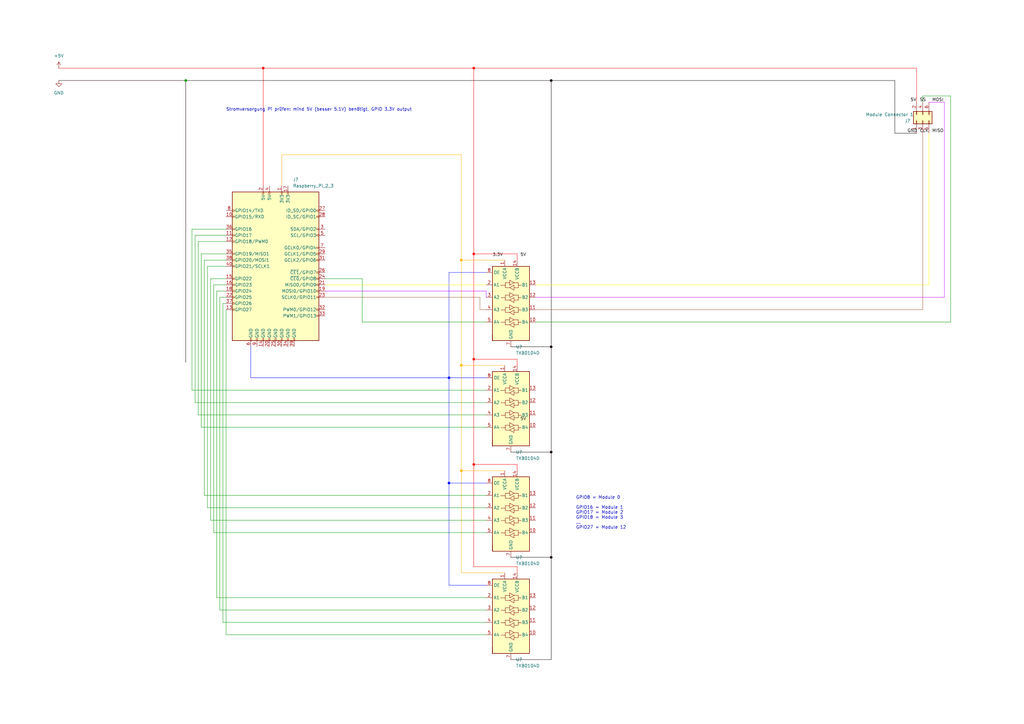
<source format=kicad_sch>
(kicad_sch (version 20211123) (generator eeschema)
  (paper "A3")
  (title_block (title "Schaltplan Case") (date "14.12.2022"))
  (lib_symbols
    (symbol "Connector:Raspberry_Pi_2_3" (pin_names (offset 1.016))
      (property "Reference" "J" (at -17.78 31.75 0))
      (property "Value" "Raspberry_Pi_2_3" (at 10.16 -31.75 0))
      (symbol "Raspberry_Pi_2_3_0_1"
        (rectangle (start -17.78 30.48) (end 17.78 -30.48) (stroke (width 0.254)) (fill (type background)))
      )
      (symbol "Raspberry_Pi_2_3_1_1"
        (rectangle (start -16.891 -17.526) (end -17.78 -18.034))
        (rectangle (start -16.891 -14.986) (end -17.78 -15.494))
        (rectangle (start -16.891 -12.446) (end -17.78 -12.954))
        (rectangle (start -16.891 -9.906) (end -17.78 -10.414))
        (rectangle (start -16.891 -7.366) (end -17.78 -7.874))
        (rectangle (start -16.891 -4.826) (end -17.78 -5.334))
        (rectangle (start -16.891 0.254) (end -17.78 -0.254))
        (rectangle (start -16.891 2.794) (end -17.78 2.286))
        (rectangle (start -16.891 5.334) (end -17.78 4.826))
        (rectangle (start -16.891 10.414) (end -17.78 9.906))
        (rectangle (start -16.891 12.954) (end -17.78 12.446))
        (rectangle (start -16.891 15.494) (end -17.78 14.986))
        (rectangle (start -16.891 20.574) (end -17.78 20.066))
        (rectangle (start -16.891 23.114) (end -17.78 22.606))
        (rectangle (start -10.414 -29.591) (end -9.906 -30.48))
        (rectangle (start -7.874 -29.591) (end -7.366 -30.48))
        (rectangle (start -5.334 -29.591) (end -4.826 -30.48))
        (rectangle (start -5.334 30.48) (end -4.826 29.591))
        (rectangle (start -2.794 -29.591) (end -2.286 -30.48))
        (rectangle (start -2.794 30.48) (end -2.286 29.591))
        (rectangle (start -0.254 -29.591) (end 0.254 -30.48))
        (rectangle (start 2.286 -29.591) (end 2.794 -30.48))
        (rectangle (start 2.286 30.48) (end 2.794 29.591))
        (rectangle (start 4.826 -29.591) (end 5.334 -30.48))
        (rectangle (start 4.826 30.48) (end 5.334 29.591))
        (rectangle (start 7.366 -29.591) (end 7.874 -30.48))
        (rectangle (start 17.78 -20.066) (end 16.891 -20.574))
        (rectangle (start 17.78 -17.526) (end 16.891 -18.034))
        (rectangle (start 17.78 -12.446) (end 16.891 -12.954))
        (rectangle (start 17.78 -9.906) (end 16.891 -10.414))
        (rectangle (start 17.78 -7.366) (end 16.891 -7.874))
        (rectangle (start 17.78 -4.826) (end 16.891 -5.334))
        (rectangle (start 17.78 -2.286) (end 16.891 -2.794))
        (rectangle (start 17.78 2.794) (end 16.891 2.286))
        (rectangle (start 17.78 5.334) (end 16.891 4.826))
        (rectangle (start 17.78 7.874) (end 16.891 7.366))
        (rectangle (start 17.78 12.954) (end 16.891 12.446))
        (rectangle (start 17.78 15.494) (end 16.891 14.986))
        (rectangle (start 17.78 20.574) (end 16.891 20.066))
        (rectangle (start 17.78 23.114) (end 16.891 22.606))
        (pin power_in line (at 2.54 33.02 270) (length 2.54) (name "3V3") (number "1"))
        (pin bidirectional line (at -20.32 20.32 0) (length 2.54) (name "GPIO15/RXD") (number "10"))
        (pin bidirectional line (at -20.32 12.7 0) (length 2.54) (name "GPIO17") (number "11"))
        (pin bidirectional line (at -20.32 10.16 0) (length 2.54) (name "GPIO18/PWM0") (number "12"))
        (pin bidirectional line (at -20.32 -17.78 0) (length 2.54) (name "GPIO27") (number "13"))
        (pin power_in line (at -5.08 -33.02 90) (length 2.54) (name "GND") (number "14"))
        (pin bidirectional line (at -20.32 -5.08 0) (length 2.54) (name "GPIO22") (number "15"))
        (pin bidirectional line (at -20.32 -7.62 0) (length 2.54) (name "GPIO23") (number "16"))
        (pin power_in line (at 5.08 33.02 270) (length 2.54) (name "3V3") (number "17"))
        (pin bidirectional line (at -20.32 -10.16 0) (length 2.54) (name "GPIO24") (number "18"))
        (pin bidirectional line (at 20.32 -10.16 180) (length 2.54) (name "MOSI0/GPIO10") (number "19"))
        (pin power_in line (at -5.08 33.02 270) (length 2.54) (name "5V") (number "2"))
        (pin power_in line (at -2.54 -33.02 90) (length 2.54) (name "GND") (number "20"))
        (pin bidirectional line (at 20.32 -7.62 180) (length 2.54) (name "MISO0/GPIO9") (number "21"))
        (pin bidirectional line (at -20.32 -12.7 0) (length 2.54) (name "GPIO25") (number "22"))
        (pin bidirectional line (at 20.32 -12.7 180) (length 2.54) (name "SCLK0/GPIO11") (number "23"))
        (pin bidirectional line (at 20.32 -5.08 180) (length 2.54) (name "~{CE0}/GPIO8") (number "24"))
        (pin power_in line (at 0 -33.02 90) (length 2.54) (name "GND") (number "25"))
        (pin bidirectional line (at 20.32 -2.54 180) (length 2.54) (name "~{CE1}/GPIO7") (number "26"))
        (pin bidirectional line (at 20.32 22.86 180) (length 2.54) (name "ID_SD/GPIO0") (number "27"))
        (pin bidirectional line (at 20.32 20.32 180) (length 2.54) (name "ID_SC/GPIO1") (number "28"))
        (pin bidirectional line (at 20.32 5.08 180) (length 2.54) (name "GCLK1/GPIO5") (number "29"))
        (pin bidirectional line (at 20.32 15.24 180) (length 2.54) (name "SDA/GPIO2") (number "3"))
        (pin power_in line (at 2.54 -33.02 90) (length 2.54) (name "GND") (number "30"))
        (pin bidirectional line (at 20.32 2.54 180) (length 2.54) (name "GCLK2/GPIO6") (number "31"))
        (pin bidirectional line (at 20.32 -17.78 180) (length 2.54) (name "PWM0/GPIO12") (number "32"))
        (pin bidirectional line (at 20.32 -20.32 180) (length 2.54) (name "PWM1/GPIO13") (number "33"))
        (pin power_in line (at 5.08 -33.02 90) (length 2.54) (name "GND") (number "34"))
        (pin bidirectional line (at -20.32 5.08 0) (length 2.54) (name "GPIO19/MISO1") (number "35"))
        (pin bidirectional line (at -20.32 15.24 0) (length 2.54) (name "GPIO16") (number "36"))
        (pin bidirectional line (at -20.32 -15.24 0) (length 2.54) (name "GPIO26") (number "37"))
        (pin bidirectional line (at -20.32 2.54 0) (length 2.54) (name "GPIO20/MOSI1") (number "38"))
        (pin power_in line (at 7.62 -33.02 90) (length 2.54) (name "GND") (number "39"))
        (pin power_in line (at -2.54 33.02 270) (length 2.54) (name "5V") (number "4"))
        (pin bidirectional line (at -20.32 0 0) (length 2.54) (name "GPIO21/SCLK1") (number "40"))
        (pin bidirectional line (at 20.32 12.7 180) (length 2.54) (name "SCL/GPIO3") (number "5"))
        (pin power_in line (at -10.16 -33.02 90) (length 2.54) (name "GND") (number "6"))
        (pin bidirectional line (at 20.32 7.62 180) (length 2.54) (name "GCLK0/GPIO4") (number "7"))
        (pin bidirectional line (at -20.32 22.86 0) (length 2.54) (name "GPIO14/TXD") (number "8"))
        (pin power_in line (at -7.62 -33.02 90) (length 2.54) (name "GND") (number "9"))
      )
    )
    (symbol "Connector_Generic:Conn_02x03_Odd_Even" (pin_names (offset 1.016) hide)
      (property "Reference" "J" (at 1.27 5.08 0))
      (property "Value" "Conn_02x03_Odd_Even" (at 1.27 -5.08 0))
      (symbol "Conn_02x03_Odd_Even_1_1"
        (rectangle (start -1.27 -2.413) (end 0 -2.667) (stroke (width 0.1524)))
        (rectangle (start -1.27 0.127) (end 0 -0.127) (stroke (width 0.1524)))
        (rectangle (start -1.27 2.667) (end 0 2.413) (stroke (width 0.1524)))
        (rectangle (start -1.27 3.81) (end 3.81 -3.81) (stroke (width 0.254)) (fill (type background)))
        (rectangle (start 3.81 -2.413) (end 2.54 -2.667) (stroke (width 0.1524)))
        (rectangle (start 3.81 0.127) (end 2.54 -0.127) (stroke (width 0.1524)))
        (rectangle (start 3.81 2.667) (end 2.54 2.413) (stroke (width 0.1524)))
        (pin passive line (at -5.08 2.54 0) (length 3.81) (name "Pin_1") (number "1"))
        (pin passive line (at 7.62 2.54 180) (length 3.81) (name "Pin_2") (number "2"))
        (pin passive line (at -5.08 0 0) (length 3.81) (name "Pin_3") (number "3"))
        (pin passive line (at 7.62 0 180) (length 3.81) (name "Pin_4") (number "4"))
        (pin passive line (at -5.08 -2.54 0) (length 3.81) (name "Pin_5") (number "5"))
        (pin passive line (at 7.62 -2.54 180) (length 3.81) (name "Pin_6") (number "6"))
      )
    )
    (symbol "Logic_LevelTranslator:TXB0104D"
      (property "Reference" "U" (at -6.35 16.51 0))
      (property "Value" "TXB0104D" (at 3.81 16.51 0))
      (symbol "TXB0104D_0_1"
        (rectangle (start -7.62 -15.24) (end -7.62 -12.7) (stroke (width 0.254)))
        (rectangle (start -7.62 15.24) (end 7.62 -15.24) (stroke (width 0.254)) (fill (type background)))
        (polyline (pts (xy -2.286 -7.747) (xy -2.286 -6.731) (xy -0.508 -6.731)))
        (polyline (pts (xy -2.286 -2.667) (xy -2.286 -1.651) (xy -0.508 -1.651)))
        (polyline (pts (xy -2.286 2.413) (xy -2.286 3.429) (xy -0.508 3.429)))
        (polyline (pts (xy -2.286 7.493) (xy -2.286 8.509) (xy -0.508 8.509)))
        (polyline (pts (xy 3.048 -7.747) (xy 3.048 -8.763) (xy 1.27 -8.763)))
        (polyline (pts (xy 3.048 -2.667) (xy 3.048 -3.683) (xy 1.27 -3.683)))
        (polyline (pts (xy 3.048 2.413) (xy 3.048 1.397) (xy 1.27 1.397)))
        (polyline (pts (xy 3.048 7.493) (xy 3.048 6.477) (xy 1.27 6.477)))
        (polyline (pts (xy -0.508 -8.763) (xy -2.286 -8.763) (xy -2.286 -7.747) (xy -4.064 -7.747)))
        (polyline (pts (xy -0.508 -8.763) (xy 1.27 -7.747) (xy 1.27 -9.779) (xy -0.508 -8.763)))
        (polyline (pts (xy -0.508 -3.683) (xy -2.286 -3.683) (xy -2.286 -2.667) (xy -4.064 -2.667)))
        (polyline (pts (xy -0.508 -3.683) (xy 1.27 -2.667) (xy 1.27 -4.699) (xy -0.508 -3.683)))
        (polyline (pts (xy -0.508 1.397) (xy -2.286 1.397) (xy -2.286 2.413) (xy -4.064 2.413)))
        (polyline (pts (xy -0.508 1.397) (xy 1.27 2.413) (xy 1.27 0.381) (xy -0.508 1.397)))
        (polyline (pts (xy -0.508 6.477) (xy -2.286 6.477) (xy -2.286 7.493) (xy -4.318 7.493)))
        (polyline (pts (xy -0.508 6.477) (xy 1.27 7.493) (xy 1.27 5.461) (xy -0.508 6.477)))
        (polyline (pts (xy 1.27 -6.731) (xy -0.508 -7.747) (xy -0.508 -5.715) (xy 1.27 -6.731)))
        (polyline (pts (xy 1.27 -6.731) (xy 3.048 -6.731) (xy 3.048 -7.747) (xy 4.318 -7.747)))
        (polyline (pts (xy 1.27 -1.651) (xy -0.508 -2.667) (xy -0.508 -0.635) (xy 1.27 -1.651)))
        (polyline (pts (xy 1.27 -1.651) (xy 3.048 -1.651) (xy 3.048 -2.667) (xy 4.318 -2.667)))
        (polyline (pts (xy 1.27 3.429) (xy -0.508 2.413) (xy -0.508 4.445) (xy 1.27 3.429)))
        (polyline (pts (xy 1.27 3.429) (xy 3.048 3.429) (xy 3.048 2.413) (xy 4.318 2.413)))
        (polyline (pts (xy 1.27 8.509) (xy -0.508 7.493) (xy -0.508 9.525) (xy 1.27 8.509)))
        (polyline (pts (xy 1.27 8.509) (xy 3.048 8.509) (xy 3.048 7.493) (xy 4.318 7.493)))
      )
      (symbol "TXB0104D_1_1"
        (pin power_in line (at -2.54 17.78 270) (length 2.54) (name "VCCA") (number "1"))
        (pin bidirectional line (at 10.16 -7.62 180) (length 2.54) (name "B4") (number "10"))
        (pin bidirectional line (at 10.16 -2.54 180) (length 2.54) (name "B3") (number "11"))
        (pin bidirectional line (at 10.16 2.54 180) (length 2.54) (name "B2") (number "12"))
        (pin bidirectional line (at 10.16 7.62 180) (length 2.54) (name "B1") (number "13"))
        (pin power_in line (at 2.54 17.78 270) (length 2.54) (name "VCCB") (number "14"))
        (pin bidirectional line (at -10.16 7.62 0) (length 2.54) (name "A1") (number "2"))
        (pin bidirectional line (at -10.16 2.54 0) (length 2.54) (name "A2") (number "3"))
        (pin bidirectional line (at -10.16 -2.54 0) (length 2.54) (name "A3") (number "4"))
        (pin bidirectional line (at -10.16 -7.62 0) (length 2.54) (name "A4") (number "5"))
        (pin no_connect line (at -10.16 -12.7 0) (length 2.54) hide (name "NC") (number "6"))
        (pin power_in line (at 0 -17.78 90) (length 2.54) (name "GND") (number "7"))
        (pin input line (at -10.16 12.7 0) (length 2.54) (name "OE") (number "8"))
        (pin no_connect line (at 10.16 -12.7 180) (length 2.54) hide (name "NC") (number "9"))
      )
    )
    (symbol "power:+5V" (power) (pin_names (offset 0))
      (property "Value" "+5V" (at 0 3.556 0))
      (symbol "+5V_0_1"
        (polyline (pts (xy -0.762 1.27) (xy 0 2.54)))
        (polyline (pts (xy 0 0) (xy 0 2.54)))
        (polyline (pts (xy 0 2.54) (xy 0.762 1.27)))
      )
      (symbol "+5V_1_1"
        (pin power_in line (at 0 0 90) (length 0) hide (name "+5V") (number "1"))
      )
    )
    (symbol "power:GND" (power) (pin_names (offset 0))
      (property "Value" "GND" (at 0 -3.81 0))
      (symbol "GND_0_1"
        (polyline (pts (xy 0 0) (xy 0 -1.27) (xy 1.27 -1.27) (xy 0 -2.54) (xy -1.27 -1.27) (xy 0 -1.27)))
      )
      (symbol "GND_1_1"
        (pin power_in line (at 0 0 270) (length 0) hide (name "GND") (number "1"))
      )
    )
  )
  (junction (at 226.06 33.02) (color 10 0 0 1))
  (junction (at 226.06 228.6) (color 10 0 0 1))
  (junction (at 194.31 27.94) (color 251 0 0 1))
  (junction (at 189.23 193.04) (color 255 172 0 1))
  (junction (at 226.06 142.24) (color 10 0 0 1))
  (junction (at 194.31 104.14) (color 251 0 0 1))
  (junction (at 194.31 147.32) (color 251 0 0 1))
  (junction (at 226.06 185.42) (color 10 0 0 1))
  (junction (at 184.15 198.12) (color 3 12 255 1))
  (junction (at 189.23 106.68) (color 255 172 0 1))
  (junction (at 107.95 27.94) (color 251 0 0 1))
  (junction (at 189.23 149.86) (color 255 172 0 1))
  (junction (at 76.2 33.02))
  (junction (at 194.31 190.5) (color 251 0 0 1))
  (junction (at 184.15 154.94) (color 3 12 255 1))
  (wire (pts (xy 92.71 127) (xy 92.71 260.35)))
  (wire (pts (xy 133.35 116.84) (xy 199.39 116.84)) (stroke (width 0) (color 255 250 0 1)))
  (wire (pts (xy 92.71 116.84) (xy 87.63 116.84)))
  (wire (pts (xy 107.95 27.94) (xy 107.95 76.2)) (stroke (width 0) (color 237 0 0 1)))
  (wire (pts (xy 115.57 63.5) (xy 189.23 63.5)) (stroke (width 0) (color 255 172 0 1)))
  (wire (pts (xy 76.2 33.02) (xy 226.06 33.02)) (stroke (width 0) (color 10 0 0 1)))
  (wire (pts (xy 88.9 245.11) (xy 199.39 245.11)))
  (wire (pts (xy 226.06 228.6) (xy 226.06 270.51)) (stroke (width 0) (color 10 0 0 1)))
  (wire (pts (xy 92.71 104.14) (xy 82.55 104.14)))
  (wire (pts (xy 92.71 114.3) (xy 86.36 114.3)))
  (wire (pts (xy 92.71 121.92) (xy 90.17 121.92)))
  (wire (pts (xy 189.23 63.5) (xy 189.23 106.68)) (stroke (width 0) (color 255 172 0 1)))
  (wire (pts (xy 226.06 142.24) (xy 226.06 185.42)) (stroke (width 0) (color 10 0 0 1)))
  (wire (pts (xy 184.15 198.12) (xy 184.15 240.03)) (stroke (width 0) (color 3 12 255 1)))
  (wire (pts (xy 212.09 190.5) (xy 212.09 193.04)) (stroke (width 0) (color 251 0 0 1)))
  (wire (pts (xy 194.31 232.41) (xy 212.09 232.41)) (stroke (width 0) (color 251 0 0 1)))
  (wire (pts (xy 91.44 124.46) (xy 91.44 255.27)))
  (wire (pts (xy 199.39 121.92) (xy 199.39 119.38)) (stroke (width 0) (color 191 0 255 1)))
  (wire (pts (xy 81.28 99.06) (xy 81.28 170.18)))
  (wire (pts (xy 82.55 104.14) (xy 82.55 175.26)))
  (wire (pts (xy 80.01 96.52) (xy 80.01 165.1)))
  (wire (pts (xy 189.23 149.86) (xy 189.23 193.04)) (stroke (width 0) (color 255 172 0 1)))
  (wire (pts (xy 92.71 260.35) (xy 199.39 260.35)))
  (wire (pts (xy 92.71 106.68) (xy 83.82 106.68)))
  (wire (pts (xy 226.06 270.51) (xy 209.55 270.51)) (stroke (width 0) (color 10 0 0 1)))
  (wire (pts (xy 87.63 218.44) (xy 199.39 218.44)))
  (wire (pts (xy 88.9 119.38) (xy 88.9 245.11)))
  (wire (pts (xy 189.23 193.04) (xy 207.01 193.04)) (stroke (width 0) (color 255 172 0 1)))
  (wire (pts (xy 80.01 165.1) (xy 199.39 165.1)))
  (wire (pts (xy 194.31 147.32) (xy 194.31 190.5)) (stroke (width 0) (color 251 0 0 1)))
  (wire (pts (xy 378.46 41.91) (xy 378.46 39.37)))
  (wire (pts (xy 194.31 190.5) (xy 212.09 190.5)) (stroke (width 0) (color 251 0 0 1)))
  (wire (pts (xy 196.85 121.92) (xy 133.35 121.92)) (stroke (width 0) (color 160 82 45 1)))
  (wire (pts (xy 148.59 132.08) (xy 199.39 132.08)))
  (wire (pts (xy 212.09 232.41) (xy 212.09 234.95)) (stroke (width 0) (color 251 0 0 1)))
  (wire (pts (xy 226.06 33.02) (xy 226.06 142.24)) (stroke (width 0) (color 10 0 0 1)))
  (wire (pts (xy 219.71 116.84) (xy 381 116.84)) (stroke (width 0) (color 255 250 0 1)))
  (wire (pts (xy 85.09 109.22) (xy 85.09 208.28)))
  (wire (pts (xy 209.55 228.6) (xy 226.06 228.6)) (stroke (width 0) (color 10 0 0 1)))
  (wire (pts (xy 24.13 33.02) (xy 76.2 33.02)) (stroke (width 0) (color 26 0 0 1)))
  (wire (pts (xy 85.09 208.28) (xy 199.39 208.28)))
  (wire (pts (xy 194.31 27.94) (xy 194.31 104.14)) (stroke (width 0) (color 251 0 0 1)))
  (wire (pts (xy 90.17 121.92) (xy 90.17 250.19)))
  (wire (pts (xy 189.23 106.68) (xy 207.01 106.68)) (stroke (width 0) (color 255 172 0 1)))
  (wire (pts (xy 212.09 147.32) (xy 212.09 149.86)) (stroke (width 0) (color 251 0 0 1)))
  (wire (pts (xy 209.55 185.42) (xy 226.06 185.42)) (stroke (width 0) (color 10 0 0 1)))
  (wire (pts (xy 375.92 27.94) (xy 375.92 41.91)) (stroke (width 0) (color 251 0 0 1)))
  (wire (pts (xy 92.71 109.22) (xy 85.09 109.22)))
  (wire (pts (xy 199.39 127) (xy 196.85 127)) (stroke (width 0) (color 160 82 45 1)))
  (wire (pts (xy 92.71 99.06) (xy 81.28 99.06)))
  (wire (pts (xy 212.09 104.14) (xy 212.09 106.68)) (stroke (width 0) (color 251 0 0 1)))
  (wire (pts (xy 387.35 41.91) (xy 381 41.91)) (stroke (width 0) (color 191 0 255 1)))
  (wire (pts (xy 189.23 234.95) (xy 207.01 234.95)) (stroke (width 0) (color 255 172 0 1)))
  (wire (pts (xy 91.44 255.27) (xy 199.39 255.27)))
  (wire (pts (xy 367.03 54.61) (xy 375.92 54.61)) (stroke (width 0) (color 10 0 0 1)))
  (wire (pts (xy 189.23 149.86) (xy 207.01 149.86)) (stroke (width 0) (color 255 172 0 1)))
  (wire (pts (xy 92.71 96.52) (xy 80.01 96.52)))
  (wire (pts (xy 209.55 142.24) (xy 226.06 142.24)) (stroke (width 0) (color 10 0 0 1)))
  (wire (pts (xy 87.63 116.84) (xy 87.63 218.44)))
  (wire (pts (xy 387.35 121.92) (xy 387.35 41.91)) (stroke (width 0) (color 191 0 255 1)))
  (wire (pts (xy 107.95 27.94) (xy 194.31 27.94)) (stroke (width 0) (color 251 0 0 1)))
  (wire (pts (xy 184.15 154.94) (xy 184.15 198.12)) (stroke (width 0) (color 3 12 255 1)))
  (wire (pts (xy 219.71 127) (xy 378.46 127)) (stroke (width 0) (color 160 82 45 1)))
  (wire (pts (xy 78.74 160.02) (xy 199.39 160.02)))
  (wire (pts (xy 367.03 33.02) (xy 367.03 54.61)) (stroke (width 0) (color 10 0 0 1)))
  (wire (pts (xy 92.71 119.38) (xy 88.9 119.38)))
  (wire (pts (xy 86.36 213.36) (xy 199.39 213.36)))
  (wire (pts (xy 194.31 147.32) (xy 212.09 147.32)) (stroke (width 0) (color 251 0 0 1)))
  (wire (pts (xy 83.82 106.68) (xy 83.82 203.2)))
  (wire (pts (xy 83.82 203.2) (xy 199.39 203.2)))
  (wire (pts (xy 219.71 121.92) (xy 387.35 121.92)) (stroke (width 0) (color 191 0 255 1)))
  (wire (pts (xy 81.28 170.18) (xy 199.39 170.18)))
  (wire (pts (xy 196.85 127) (xy 196.85 121.92)) (stroke (width 0) (color 160 82 45 1)))
  (wire (pts (xy 226.06 185.42) (xy 226.06 228.6)) (stroke (width 0) (color 10 0 0 1)))
  (wire (pts (xy 199.39 119.38) (xy 133.35 119.38)) (stroke (width 0) (color 191 0 255 1)))
  (wire (pts (xy 189.23 106.68) (xy 189.23 149.86)) (stroke (width 0) (color 255 172 0 1)))
  (wire (pts (xy 199.39 111.76) (xy 184.15 111.76)) (stroke (width 0) (color 3 12 255 1)))
  (wire (pts (xy 76.2 33.02) (xy 76.2 148.59)) (stroke (width 0) (color 20 0 0 1)))
  (wire (pts (xy 381 116.84) (xy 381 54.61)) (stroke (width 0) (color 255 250 0 1)))
  (wire (pts (xy 184.15 198.12) (xy 199.39 198.12)) (stroke (width 0) (color 3 12 255 1)))
  (wire (pts (xy 86.36 114.3) (xy 86.36 213.36)))
  (wire (pts (xy 184.15 154.94) (xy 199.39 154.94)) (stroke (width 0) (color 3 12 255 1)))
  (wire (pts (xy 378.46 39.37) (xy 389.89 39.37)))
  (wire (pts (xy 194.31 190.5) (xy 194.31 232.41)) (stroke (width 0) (color 251 0 0 1)))
  (wire (pts (xy 378.46 127) (xy 378.46 54.61)) (stroke (width 0) (color 160 82 45 1)))
  (wire (pts (xy 102.87 154.94) (xy 184.15 154.94)) (stroke (width 0) (color 3 12 255 1)))
  (wire (pts (xy 148.59 114.3) (xy 148.59 132.08)))
  (wire (pts (xy 184.15 111.76) (xy 184.15 154.94)) (stroke (width 0) (color 3 12 255 1)))
  (wire (pts (xy 82.55 175.26) (xy 199.39 175.26)))
  (wire (pts (xy 92.71 93.98) (xy 78.74 93.98)))
  (wire (pts (xy 194.31 27.94) (xy 375.92 27.94)) (stroke (width 0) (color 251 0 0 1)))
  (wire (pts (xy 184.15 240.03) (xy 199.39 240.03)) (stroke (width 0) (color 3 12 255 1)))
  (wire (pts (xy 102.87 142.24) (xy 102.87 154.94)) (stroke (width 0) (color 3 12 255 1)))
  (wire (pts (xy 389.89 132.08) (xy 219.71 132.08)))
  (wire (pts (xy 226.06 33.02) (xy 367.03 33.02)) (stroke (width 0) (color 10 0 0 1)))
  (wire (pts (xy 389.89 39.37) (xy 389.89 132.08)))
  (wire (pts (xy 189.23 193.04) (xy 189.23 234.95)) (stroke (width 0) (color 255 172 0 1)))
  (wire (pts (xy 92.71 124.46) (xy 91.44 124.46)))
  (wire (pts (xy 78.74 93.98) (xy 78.74 160.02)))
  (wire (pts (xy 194.31 104.14) (xy 194.31 147.32)) (stroke (width 0) (color 251 0 0 1)))
  (wire (pts (xy 115.57 76.2) (xy 115.57 63.5)) (stroke (width 0) (color 255 164 8 1)))
  (wire (pts (xy 133.35 114.3) (xy 148.59 114.3)))
  (wire (pts (xy 90.17 250.19) (xy 199.39 250.19)))
  (wire (pts (xy 194.31 104.14) (xy 212.09 104.14)) (stroke (width 0) (color 251 0 0 1)))
  (wire (pts (xy 24.13 27.94) (xy 107.95 27.94)) (stroke (width 0) (color 251 0 0 1)))
  (text "GPIO8 = Module 0\n\nGPIO16 = Module 1\nGPIO17 = Module 2\nGPIO18 = Module 3\n...\nGPIO27 = Module 12" (at 236.22 217.17 0) (effects (font (size 1.27 1.27)) (justify left bottom)))
  (text "Stromversorgung Pi prüfen: mind 5V (besser 5.1V) benötigt, GPIO 3.3V output" (at 92.71 45.72 0) (effects (font (size 1.27 1.27)) (justify left bottom)))
  (label "MISO" (at 382.27 54.61 0))
  (label "CLK" (at 377.19 54.61 0))
  (label "MOSI" (at 382.27 41.91 0))
  (label "5V" (at 213.36 105.41 0))
  (label "SS" (at 377.19 41.91 0))
  (label "5V" (at 373.38 41.91 0))
  (label "5V" (at 213.36 172.72 0))
  (label "GND" (at 372.11 54.61 0))
  (label "3.3V" (at 201.93 105.41 0))
  (symbol (lib_id "Connector_Generic:Conn_02x03_Odd_Even") (at 378.46 49.53 90) (unit 1)
    (property "Reference" "J?" (at 373.38 49.5301 90) (effects (justify left)))
    (property "Value" "Module Connector 1" (at 374.65 46.99 90) (effects (justify left)))
  )
  (symbol (lib_id "Logic_LevelTranslator:TXB0104D") (at 209.55 124.46 0) (unit 1)
    (property "Reference" "U?" (at 211.5694 142.24 0) (effects (justify left)))
    (property "Value" "TXB0104D" (at 211.5694 144.78 0) (effects (justify left)))
    (property "Footprint" "Package_SO:SOIC-14_3.9x8.7mm_P1.27mm" (effects hide))
    (property "Datasheet" "http://www.ti.com/lit/ds/symlink/txb0104.pdf" (effects hide))
  )
  (symbol (lib_id "power:+5V") (at 24.13 27.94 0) (unit 1)
    (property "Reference" "#PWR?" (effects hide))
    (property "Value" "+5V" (at 24.13 22.86 0))
  )
  (symbol (lib_id "Connector:Raspberry_Pi_2_3") (at 113.03 109.22 0) (unit 1)
    (property "Reference" "J?" (at 120.1294 73.66 0) (effects (justify left)))
    (property "Value" "Raspberry_Pi_2_3" (at 120.1294 76.2 0) (effects (justify left)))
    (property "Datasheet" "https://www.raspberrypi.org/documentation/hardware/raspberrypi/schematics/rpi_SCH_3bplus_1p0_reduced.pdf" (effects hide))
  )
  (symbol (lib_id "Logic_LevelTranslator:TXB0104D") (at 209.55 252.73 0) (unit 1)
    (property "Reference" "U?" (at 211.5694 270.51 0) (effects (justify left)))
    (property "Value" "TXB0104D" (at 211.5694 273.05 0) (effects (justify left)))
    (property "Footprint" "Package_SO:SOIC-14_3.9x8.7mm_P1.27mm" (effects hide))
    (property "Datasheet" "http://www.ti.com/lit/ds/symlink/txb0104.pdf" (effects hide))
  )
  (symbol (lib_id "Logic_LevelTranslator:TXB0104D") (at 209.55 210.82 0) (unit 1)
    (property "Reference" "U?" (at 211.5694 228.6 0) (effects (justify left)))
    (property "Value" "TXB0104D" (at 211.5694 231.14 0) (effects (justify left)))
    (property "Footprint" "Package_SO:SOIC-14_3.9x8.7mm_P1.27mm" (effects hide))
    (property "Datasheet" "http://www.ti.com/lit/ds/symlink/txb0104.pdf" (effects hide))
  )
  (symbol (lib_id "power:GND") (at 24.13 33.02 0) (unit 1)
    (property "Reference" "#PWR?" (effects hide))
    (property "Value" "GND" (at 24.13 38.1 0))
  )
  (symbol (lib_id "Logic_LevelTranslator:TXB0104D") (at 209.55 167.64 0) (unit 1)
    (property "Reference" "U?" (at 211.5694 185.42 0) (effects (justify left)))
    (property "Value" "TXB0104D" (at 211.5694 187.96 0) (effects (justify left)))
    (property "Footprint" "Package_SO:SOIC-14_3.9x8.7mm_P1.27mm" (effects hide))
    (property "Datasheet" "http://www.ti.com/lit/ds/symlink/txb0104.pdf" (effects hide))
  )
)
</source>
